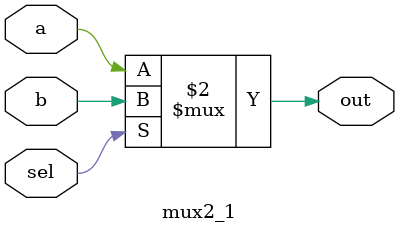
<source format=v>
module mux2_1
(
    input   wire    a,
    input   wire    b,
    input   wire    sel,
    
    output  wire    out
);

assign  out = (sel==0)?a:b;

endmodule

</source>
